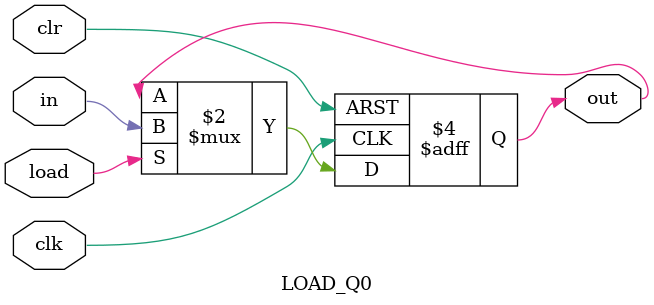
<source format=v>
`define BIT 8

module LOAD_AB (out, in, load, clr, clk);
	output reg [`BIT-1:0] out;
	input [`BIT-1:0] in;
	input load, clr, clk;
	
	always@(posedge clk or posedge clr) begin
		if (clr)
			out<=0;
		else if(load)
			out<= in;
	end
endmodule

module LOAD_M (out, in, load, clr, clk);
	output reg [`BIT-1:0] out;
	input [`BIT-1:0] in;
	input load, clr, clk;
	
	always@(posedge clk or posedge clr) begin
		if (clr)
			out<=0;
		else if(load)
			out<=in;
	end
endmodule

module LOAD_Q (out, data , load, clr, clk);
	output reg [`BIT-1:0] out;
	input [`BIT-1:0] data;
	input load, clr, clk;
	
	always@(posedge clk or posedge clr) begin
		if(clr)
			out<=0;
		else if(load)
			out<=data;
	end
endmodule

module LOAD_Q0 (out, in, load, clr, clk);
	output reg out;
	input in, load, clr, clk;
	
	always@(posedge clk or posedge clr) begin
		if(clr)
			out<=0;
		else if(load)
			out<= in;
	end
endmodule
</source>
